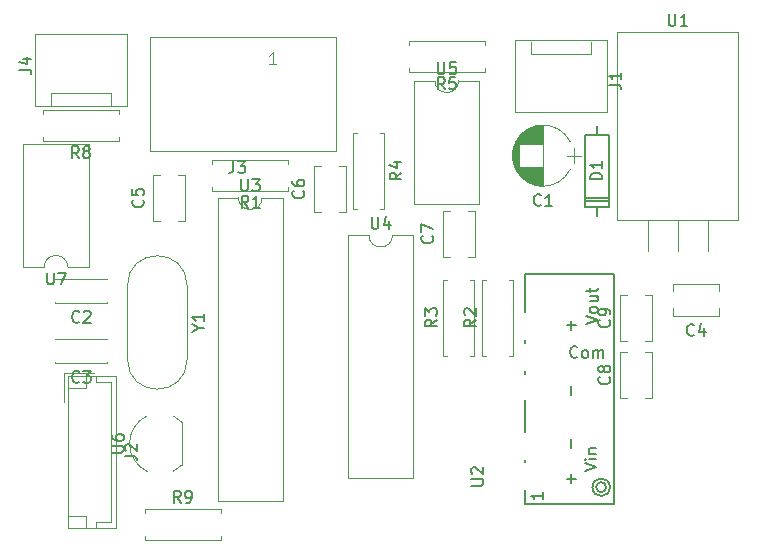
<source format=gbr>
G04 #@! TF.FileFunction,Legend,Top*
%FSLAX46Y46*%
G04 Gerber Fmt 4.6, Leading zero omitted, Abs format (unit mm)*
G04 Created by KiCad (PCBNEW 4.0.7) date 01/29/18 09:34:28*
%MOMM*%
%LPD*%
G01*
G04 APERTURE LIST*
%ADD10C,0.100000*%
%ADD11C,0.120000*%
%ADD12C,0.150000*%
G04 APERTURE END LIST*
D10*
D11*
X104620000Y-107586000D02*
X100520000Y-107586000D01*
X100520000Y-107586000D02*
X100520000Y-120386000D01*
X100520000Y-120386000D02*
X104620000Y-120386000D01*
X104620000Y-120386000D02*
X104620000Y-107586000D01*
X102870000Y-107586000D02*
X102870000Y-108086000D01*
X102870000Y-108086000D02*
X104120000Y-108086000D01*
X104120000Y-108086000D02*
X104120000Y-119886000D01*
X104120000Y-119886000D02*
X102870000Y-119886000D01*
X102870000Y-119886000D02*
X102870000Y-120386000D01*
X102020000Y-107586000D02*
X102020000Y-108586000D01*
X102020000Y-108586000D02*
X100520000Y-108586000D01*
X102020000Y-120386000D02*
X102020000Y-119386000D01*
X102020000Y-119386000D02*
X100520000Y-119386000D01*
X102720000Y-107286000D02*
X100220000Y-107286000D01*
X100220000Y-107286000D02*
X100220000Y-109786000D01*
X126000000Y-95638000D02*
X124230000Y-95638000D01*
X124230000Y-95638000D02*
X124230000Y-116198000D01*
X124230000Y-116198000D02*
X129770000Y-116198000D01*
X129770000Y-116198000D02*
X129770000Y-95638000D01*
X129770000Y-95638000D02*
X128000000Y-95638000D01*
X128000000Y-95638000D02*
G75*
G02X126000000Y-95638000I-1000000J0D01*
G01*
X135798000Y-81498000D02*
X135798000Y-81828000D01*
X135798000Y-81828000D02*
X129378000Y-81828000D01*
X129378000Y-81828000D02*
X129378000Y-81498000D01*
X135798000Y-79538000D02*
X135798000Y-79208000D01*
X135798000Y-79208000D02*
X129378000Y-79208000D01*
X129378000Y-79208000D02*
X129378000Y-79538000D01*
X138426278Y-90079723D02*
G75*
G03X143037580Y-90080000I2305722J1179723D01*
G01*
X138426278Y-87720277D02*
G75*
G02X143037580Y-87720000I2305722J-1179723D01*
G01*
X138426278Y-87720277D02*
G75*
G03X138426420Y-90080000I2305722J-1179723D01*
G01*
X140732000Y-91450000D02*
X140732000Y-86350000D01*
X140692000Y-91450000D02*
X140692000Y-89880000D01*
X140692000Y-87920000D02*
X140692000Y-86350000D01*
X140652000Y-91449000D02*
X140652000Y-89880000D01*
X140652000Y-87920000D02*
X140652000Y-86351000D01*
X140612000Y-91448000D02*
X140612000Y-89880000D01*
X140612000Y-87920000D02*
X140612000Y-86352000D01*
X140572000Y-91446000D02*
X140572000Y-89880000D01*
X140572000Y-87920000D02*
X140572000Y-86354000D01*
X140532000Y-91443000D02*
X140532000Y-89880000D01*
X140532000Y-87920000D02*
X140532000Y-86357000D01*
X140492000Y-91439000D02*
X140492000Y-89880000D01*
X140492000Y-87920000D02*
X140492000Y-86361000D01*
X140452000Y-91435000D02*
X140452000Y-89880000D01*
X140452000Y-87920000D02*
X140452000Y-86365000D01*
X140412000Y-91431000D02*
X140412000Y-89880000D01*
X140412000Y-87920000D02*
X140412000Y-86369000D01*
X140372000Y-91425000D02*
X140372000Y-89880000D01*
X140372000Y-87920000D02*
X140372000Y-86375000D01*
X140332000Y-91419000D02*
X140332000Y-89880000D01*
X140332000Y-87920000D02*
X140332000Y-86381000D01*
X140292000Y-91413000D02*
X140292000Y-89880000D01*
X140292000Y-87920000D02*
X140292000Y-86387000D01*
X140252000Y-91406000D02*
X140252000Y-89880000D01*
X140252000Y-87920000D02*
X140252000Y-86394000D01*
X140212000Y-91398000D02*
X140212000Y-89880000D01*
X140212000Y-87920000D02*
X140212000Y-86402000D01*
X140172000Y-91389000D02*
X140172000Y-89880000D01*
X140172000Y-87920000D02*
X140172000Y-86411000D01*
X140132000Y-91380000D02*
X140132000Y-89880000D01*
X140132000Y-87920000D02*
X140132000Y-86420000D01*
X140092000Y-91370000D02*
X140092000Y-89880000D01*
X140092000Y-87920000D02*
X140092000Y-86430000D01*
X140052000Y-91360000D02*
X140052000Y-89880000D01*
X140052000Y-87920000D02*
X140052000Y-86440000D01*
X140011000Y-91348000D02*
X140011000Y-89880000D01*
X140011000Y-87920000D02*
X140011000Y-86452000D01*
X139971000Y-91336000D02*
X139971000Y-89880000D01*
X139971000Y-87920000D02*
X139971000Y-86464000D01*
X139931000Y-91324000D02*
X139931000Y-89880000D01*
X139931000Y-87920000D02*
X139931000Y-86476000D01*
X139891000Y-91310000D02*
X139891000Y-89880000D01*
X139891000Y-87920000D02*
X139891000Y-86490000D01*
X139851000Y-91296000D02*
X139851000Y-89880000D01*
X139851000Y-87920000D02*
X139851000Y-86504000D01*
X139811000Y-91282000D02*
X139811000Y-89880000D01*
X139811000Y-87920000D02*
X139811000Y-86518000D01*
X139771000Y-91266000D02*
X139771000Y-89880000D01*
X139771000Y-87920000D02*
X139771000Y-86534000D01*
X139731000Y-91250000D02*
X139731000Y-89880000D01*
X139731000Y-87920000D02*
X139731000Y-86550000D01*
X139691000Y-91233000D02*
X139691000Y-89880000D01*
X139691000Y-87920000D02*
X139691000Y-86567000D01*
X139651000Y-91215000D02*
X139651000Y-89880000D01*
X139651000Y-87920000D02*
X139651000Y-86585000D01*
X139611000Y-91196000D02*
X139611000Y-89880000D01*
X139611000Y-87920000D02*
X139611000Y-86604000D01*
X139571000Y-91176000D02*
X139571000Y-89880000D01*
X139571000Y-87920000D02*
X139571000Y-86624000D01*
X139531000Y-91156000D02*
X139531000Y-89880000D01*
X139531000Y-87920000D02*
X139531000Y-86644000D01*
X139491000Y-91134000D02*
X139491000Y-89880000D01*
X139491000Y-87920000D02*
X139491000Y-86666000D01*
X139451000Y-91112000D02*
X139451000Y-89880000D01*
X139451000Y-87920000D02*
X139451000Y-86688000D01*
X139411000Y-91089000D02*
X139411000Y-89880000D01*
X139411000Y-87920000D02*
X139411000Y-86711000D01*
X139371000Y-91065000D02*
X139371000Y-89880000D01*
X139371000Y-87920000D02*
X139371000Y-86735000D01*
X139331000Y-91040000D02*
X139331000Y-89880000D01*
X139331000Y-87920000D02*
X139331000Y-86760000D01*
X139291000Y-91013000D02*
X139291000Y-89880000D01*
X139291000Y-87920000D02*
X139291000Y-86787000D01*
X139251000Y-90986000D02*
X139251000Y-89880000D01*
X139251000Y-87920000D02*
X139251000Y-86814000D01*
X139211000Y-90958000D02*
X139211000Y-89880000D01*
X139211000Y-87920000D02*
X139211000Y-86842000D01*
X139171000Y-90928000D02*
X139171000Y-89880000D01*
X139171000Y-87920000D02*
X139171000Y-86872000D01*
X139131000Y-90897000D02*
X139131000Y-89880000D01*
X139131000Y-87920000D02*
X139131000Y-86903000D01*
X139091000Y-90865000D02*
X139091000Y-89880000D01*
X139091000Y-87920000D02*
X139091000Y-86935000D01*
X139051000Y-90832000D02*
X139051000Y-89880000D01*
X139051000Y-87920000D02*
X139051000Y-86968000D01*
X139011000Y-90797000D02*
X139011000Y-89880000D01*
X139011000Y-87920000D02*
X139011000Y-87003000D01*
X138971000Y-90761000D02*
X138971000Y-89880000D01*
X138971000Y-87920000D02*
X138971000Y-87039000D01*
X138931000Y-90723000D02*
X138931000Y-89880000D01*
X138931000Y-87920000D02*
X138931000Y-87077000D01*
X138891000Y-90683000D02*
X138891000Y-89880000D01*
X138891000Y-87920000D02*
X138891000Y-87117000D01*
X138851000Y-90642000D02*
X138851000Y-89880000D01*
X138851000Y-87920000D02*
X138851000Y-87158000D01*
X138811000Y-90599000D02*
X138811000Y-89880000D01*
X138811000Y-87920000D02*
X138811000Y-87201000D01*
X138771000Y-90554000D02*
X138771000Y-89880000D01*
X138771000Y-87920000D02*
X138771000Y-87246000D01*
X138731000Y-90506000D02*
X138731000Y-87294000D01*
X138691000Y-90456000D02*
X138691000Y-87344000D01*
X138651000Y-90404000D02*
X138651000Y-87396000D01*
X138611000Y-90348000D02*
X138611000Y-87452000D01*
X138571000Y-90290000D02*
X138571000Y-87510000D01*
X138531000Y-90227000D02*
X138531000Y-87573000D01*
X138491000Y-90161000D02*
X138491000Y-87639000D01*
X138451000Y-90089000D02*
X138451000Y-87711000D01*
X138411000Y-90012000D02*
X138411000Y-87788000D01*
X138371000Y-89928000D02*
X138371000Y-87872000D01*
X138331000Y-89834000D02*
X138331000Y-87966000D01*
X138291000Y-89729000D02*
X138291000Y-88071000D01*
X138251000Y-89607000D02*
X138251000Y-88193000D01*
X138211000Y-89459000D02*
X138211000Y-88341000D01*
X138171000Y-89254000D02*
X138171000Y-88546000D01*
X143932000Y-88900000D02*
X142732000Y-88900000D01*
X143332000Y-89550000D02*
X143332000Y-88250000D01*
X103850000Y-106420000D02*
X99430000Y-106420000D01*
X103850000Y-104400000D02*
X99430000Y-104400000D01*
X103850000Y-106420000D02*
X103850000Y-106406000D01*
X103850000Y-104414000D02*
X103850000Y-104400000D01*
X99430000Y-106420000D02*
X99430000Y-106406000D01*
X99430000Y-104414000D02*
X99430000Y-104400000D01*
X107733000Y-94436000D02*
X107733000Y-90516000D01*
X110453000Y-94436000D02*
X110453000Y-90516000D01*
X107733000Y-94436000D02*
X108343000Y-94436000D01*
X109843000Y-94436000D02*
X110453000Y-94436000D01*
X107733000Y-90516000D02*
X108343000Y-90516000D01*
X109843000Y-90516000D02*
X110453000Y-90516000D01*
X121322000Y-93674000D02*
X121322000Y-89754000D01*
X124042000Y-93674000D02*
X124042000Y-89754000D01*
X121322000Y-93674000D02*
X121932000Y-93674000D01*
X123432000Y-93674000D02*
X124042000Y-93674000D01*
X121322000Y-89754000D02*
X121932000Y-89754000D01*
X123432000Y-89754000D02*
X124042000Y-89754000D01*
X132244000Y-97484000D02*
X132244000Y-93564000D01*
X134964000Y-97484000D02*
X134964000Y-93564000D01*
X132244000Y-97484000D02*
X132854000Y-97484000D01*
X134354000Y-97484000D02*
X134964000Y-97484000D01*
X132244000Y-93564000D02*
X132854000Y-93564000D01*
X134354000Y-93564000D02*
X134964000Y-93564000D01*
D12*
X145288000Y-93980000D02*
X145288000Y-93218000D01*
X145288000Y-93218000D02*
X146304000Y-93218000D01*
X146304000Y-93218000D02*
X146304000Y-87122000D01*
X146304000Y-87122000D02*
X145288000Y-87122000D01*
X145288000Y-87122000D02*
X145288000Y-86360000D01*
X145288000Y-87122000D02*
X144272000Y-87122000D01*
X144272000Y-87122000D02*
X144272000Y-93218000D01*
X144272000Y-93218000D02*
X145288000Y-93218000D01*
X146304000Y-92710000D02*
X144272000Y-92710000D01*
X144272000Y-92456000D02*
X146304000Y-92456000D01*
D11*
X146130000Y-79150000D02*
X146130000Y-85200000D01*
X146130000Y-85200000D02*
X138330000Y-85200000D01*
X138330000Y-85200000D02*
X138330000Y-79150000D01*
X138330000Y-79150000D02*
X146130000Y-79150000D01*
X144780000Y-79250000D02*
X144780000Y-80260000D01*
X144780000Y-80260000D02*
X139700000Y-80260000D01*
X139700000Y-80260000D02*
X139700000Y-79250000D01*
X123186000Y-88493000D02*
X107446000Y-88493000D01*
X107446000Y-88493000D02*
X107446000Y-78893000D01*
X107446000Y-78893000D02*
X123186000Y-78893000D01*
X123186000Y-78893000D02*
X123186000Y-88493000D01*
X97710000Y-84680000D02*
X97710000Y-78630000D01*
X97710000Y-78630000D02*
X105510000Y-78630000D01*
X105510000Y-78630000D02*
X105510000Y-84680000D01*
X105510000Y-84680000D02*
X97710000Y-84680000D01*
X99060000Y-84580000D02*
X99060000Y-83570000D01*
X99060000Y-83570000D02*
X104140000Y-83570000D01*
X104140000Y-83570000D02*
X104140000Y-84580000D01*
X119161000Y-91531000D02*
X119161000Y-91861000D01*
X119161000Y-91861000D02*
X112741000Y-91861000D01*
X112741000Y-91861000D02*
X112741000Y-91531000D01*
X119161000Y-89571000D02*
X119161000Y-89241000D01*
X119161000Y-89241000D02*
X112741000Y-89241000D01*
X112741000Y-89241000D02*
X112741000Y-89571000D01*
X135926000Y-105826000D02*
X135596000Y-105826000D01*
X135596000Y-105826000D02*
X135596000Y-99406000D01*
X135596000Y-99406000D02*
X135926000Y-99406000D01*
X137886000Y-105826000D02*
X138216000Y-105826000D01*
X138216000Y-105826000D02*
X138216000Y-99406000D01*
X138216000Y-99406000D02*
X137886000Y-99406000D01*
X132624000Y-105826000D02*
X132294000Y-105826000D01*
X132294000Y-105826000D02*
X132294000Y-99406000D01*
X132294000Y-99406000D02*
X132624000Y-99406000D01*
X134584000Y-105826000D02*
X134914000Y-105826000D01*
X134914000Y-105826000D02*
X134914000Y-99406000D01*
X134914000Y-99406000D02*
X134584000Y-99406000D01*
X126964000Y-86960000D02*
X127294000Y-86960000D01*
X127294000Y-86960000D02*
X127294000Y-93380000D01*
X127294000Y-93380000D02*
X126964000Y-93380000D01*
X125004000Y-86960000D02*
X124674000Y-86960000D01*
X124674000Y-86960000D02*
X124674000Y-93380000D01*
X124674000Y-93380000D02*
X125004000Y-93380000D01*
X104810000Y-87340000D02*
X104810000Y-87670000D01*
X104810000Y-87670000D02*
X98390000Y-87670000D01*
X98390000Y-87670000D02*
X98390000Y-87340000D01*
X104810000Y-85380000D02*
X104810000Y-85050000D01*
X104810000Y-85050000D02*
X98390000Y-85050000D01*
X98390000Y-85050000D02*
X98390000Y-85380000D01*
X147026000Y-94354000D02*
X157266000Y-94354000D01*
X147026000Y-78464000D02*
X157266000Y-78464000D01*
X147026000Y-78464000D02*
X147026000Y-94354000D01*
X157266000Y-78464000D02*
X157266000Y-94354000D01*
X149606000Y-94354000D02*
X149606000Y-96994000D01*
X152146000Y-94354000D02*
X152146000Y-96978000D01*
X154686000Y-94354000D02*
X154686000Y-96978000D01*
D12*
X146086828Y-116977500D02*
G75*
G03X146086828Y-116977500I-423868J0D01*
G01*
X146403804Y-116977500D02*
G75*
G03X146403804Y-116977500I-740844J0D01*
G01*
X139212320Y-117228620D02*
X139212320Y-118430040D01*
X139212320Y-114630200D02*
X139212320Y-114879120D01*
X139212320Y-109628940D02*
X139212320Y-112328960D01*
X139212320Y-107129580D02*
X139212320Y-107378500D01*
X139212320Y-104528600D02*
X139212320Y-104780100D01*
X139212320Y-98927900D02*
X139212320Y-102179100D01*
X146710400Y-118430040D02*
X146710400Y-98927900D01*
X146710400Y-98927900D02*
X139212320Y-98927900D01*
X139212320Y-118430040D02*
X146710400Y-118430040D01*
D11*
X114951000Y-92463000D02*
X113181000Y-92463000D01*
X113181000Y-92463000D02*
X113181000Y-118103000D01*
X113181000Y-118103000D02*
X118721000Y-118103000D01*
X118721000Y-118103000D02*
X118721000Y-92463000D01*
X118721000Y-92463000D02*
X116951000Y-92463000D01*
X116951000Y-92463000D02*
G75*
G02X114951000Y-92463000I-1000000J0D01*
G01*
X131588000Y-82557000D02*
X129818000Y-82557000D01*
X129818000Y-82557000D02*
X129818000Y-92957000D01*
X129818000Y-92957000D02*
X135358000Y-92957000D01*
X135358000Y-92957000D02*
X135358000Y-82557000D01*
X135358000Y-82557000D02*
X133588000Y-82557000D01*
X133588000Y-82557000D02*
G75*
G02X131588000Y-82557000I-1000000J0D01*
G01*
X100504500Y-98354500D02*
X102274500Y-98354500D01*
X102274500Y-98354500D02*
X102274500Y-87954500D01*
X102274500Y-87954500D02*
X96734500Y-87954500D01*
X96734500Y-87954500D02*
X96734500Y-98354500D01*
X96734500Y-98354500D02*
X98504500Y-98354500D01*
X98504500Y-98354500D02*
G75*
G02X100504500Y-98354500I1000000J0D01*
G01*
X110602000Y-99899000D02*
X110602000Y-106149000D01*
X105552000Y-99899000D02*
X105552000Y-106149000D01*
X105552000Y-99899000D02*
G75*
G02X110602000Y-99899000I2525000J0D01*
G01*
X105552000Y-106149000D02*
G75*
G03X110602000Y-106149000I2525000J0D01*
G01*
X107026000Y-119162000D02*
X107026000Y-118832000D01*
X107026000Y-118832000D02*
X113446000Y-118832000D01*
X113446000Y-118832000D02*
X113446000Y-119162000D01*
X107026000Y-121122000D02*
X107026000Y-121452000D01*
X107026000Y-121452000D02*
X113446000Y-121452000D01*
X113446000Y-121452000D02*
X113446000Y-121122000D01*
X103850000Y-101340000D02*
X99430000Y-101340000D01*
X103850000Y-99320000D02*
X99430000Y-99320000D01*
X103850000Y-101340000D02*
X103850000Y-101326000D01*
X103850000Y-99334000D02*
X103850000Y-99320000D01*
X99430000Y-101340000D02*
X99430000Y-101326000D01*
X99430000Y-99334000D02*
X99430000Y-99320000D01*
X155650000Y-102452000D02*
X151730000Y-102452000D01*
X155650000Y-99732000D02*
X151730000Y-99732000D01*
X155650000Y-102452000D02*
X155650000Y-101842000D01*
X155650000Y-100342000D02*
X155650000Y-99732000D01*
X151730000Y-102452000D02*
X151730000Y-101842000D01*
X151730000Y-100342000D02*
X151730000Y-99732000D01*
X147230000Y-109422000D02*
X147230000Y-105502000D01*
X149950000Y-109422000D02*
X149950000Y-105502000D01*
X147230000Y-109422000D02*
X147840000Y-109422000D01*
X149340000Y-109422000D02*
X149950000Y-109422000D01*
X147230000Y-105502000D02*
X147840000Y-105502000D01*
X149340000Y-105502000D02*
X149950000Y-105502000D01*
X147230000Y-104596000D02*
X147230000Y-100676000D01*
X149950000Y-104596000D02*
X149950000Y-100676000D01*
X147230000Y-104596000D02*
X147840000Y-104596000D01*
X149340000Y-104596000D02*
X149950000Y-104596000D01*
X147230000Y-100676000D02*
X147840000Y-100676000D01*
X149340000Y-100676000D02*
X149950000Y-100676000D01*
X110181000Y-115084000D02*
X110181000Y-111484000D01*
X109453795Y-115608184D02*
G75*
G03X110181000Y-115084000I-1122795J2324184D01*
G01*
X107232193Y-115640400D02*
G75*
G02X105731000Y-113284000I1098807J2356400D01*
G01*
X107232193Y-110927600D02*
G75*
G03X105731000Y-113284000I1098807J-2356400D01*
G01*
X109453795Y-110959816D02*
G75*
G02X110181000Y-111484000I-1122795J-2324184D01*
G01*
D12*
X105322381Y-114319333D02*
X106036667Y-114319333D01*
X106179524Y-114366953D01*
X106274762Y-114462191D01*
X106322381Y-114605048D01*
X106322381Y-114700286D01*
X105417619Y-113890762D02*
X105370000Y-113843143D01*
X105322381Y-113747905D01*
X105322381Y-113509809D01*
X105370000Y-113414571D01*
X105417619Y-113366952D01*
X105512857Y-113319333D01*
X105608095Y-113319333D01*
X105750952Y-113366952D01*
X106322381Y-113938381D01*
X106322381Y-113319333D01*
X126238095Y-94090381D02*
X126238095Y-94899905D01*
X126285714Y-94995143D01*
X126333333Y-95042762D01*
X126428571Y-95090381D01*
X126619048Y-95090381D01*
X126714286Y-95042762D01*
X126761905Y-94995143D01*
X126809524Y-94899905D01*
X126809524Y-94090381D01*
X127714286Y-94423714D02*
X127714286Y-95090381D01*
X127476190Y-94042762D02*
X127238095Y-94757048D01*
X127857143Y-94757048D01*
X132421334Y-83280381D02*
X132088000Y-82804190D01*
X131849905Y-83280381D02*
X131849905Y-82280381D01*
X132230858Y-82280381D01*
X132326096Y-82328000D01*
X132373715Y-82375619D01*
X132421334Y-82470857D01*
X132421334Y-82613714D01*
X132373715Y-82708952D01*
X132326096Y-82756571D01*
X132230858Y-82804190D01*
X131849905Y-82804190D01*
X133326096Y-82280381D02*
X132849905Y-82280381D01*
X132802286Y-82756571D01*
X132849905Y-82708952D01*
X132945143Y-82661333D01*
X133183239Y-82661333D01*
X133278477Y-82708952D01*
X133326096Y-82756571D01*
X133373715Y-82851810D01*
X133373715Y-83089905D01*
X133326096Y-83185143D01*
X133278477Y-83232762D01*
X133183239Y-83280381D01*
X132945143Y-83280381D01*
X132849905Y-83232762D01*
X132802286Y-83185143D01*
X140565334Y-93067143D02*
X140517715Y-93114762D01*
X140374858Y-93162381D01*
X140279620Y-93162381D01*
X140136762Y-93114762D01*
X140041524Y-93019524D01*
X139993905Y-92924286D01*
X139946286Y-92733810D01*
X139946286Y-92590952D01*
X139993905Y-92400476D01*
X140041524Y-92305238D01*
X140136762Y-92210000D01*
X140279620Y-92162381D01*
X140374858Y-92162381D01*
X140517715Y-92210000D01*
X140565334Y-92257619D01*
X141517715Y-93162381D02*
X140946286Y-93162381D01*
X141232000Y-93162381D02*
X141232000Y-92162381D01*
X141136762Y-92305238D01*
X141041524Y-92400476D01*
X140946286Y-92448095D01*
X101473334Y-108027143D02*
X101425715Y-108074762D01*
X101282858Y-108122381D01*
X101187620Y-108122381D01*
X101044762Y-108074762D01*
X100949524Y-107979524D01*
X100901905Y-107884286D01*
X100854286Y-107693810D01*
X100854286Y-107550952D01*
X100901905Y-107360476D01*
X100949524Y-107265238D01*
X101044762Y-107170000D01*
X101187620Y-107122381D01*
X101282858Y-107122381D01*
X101425715Y-107170000D01*
X101473334Y-107217619D01*
X101806667Y-107122381D02*
X102425715Y-107122381D01*
X102092381Y-107503333D01*
X102235239Y-107503333D01*
X102330477Y-107550952D01*
X102378096Y-107598571D01*
X102425715Y-107693810D01*
X102425715Y-107931905D01*
X102378096Y-108027143D01*
X102330477Y-108074762D01*
X102235239Y-108122381D01*
X101949524Y-108122381D01*
X101854286Y-108074762D01*
X101806667Y-108027143D01*
X106840143Y-92642666D02*
X106887762Y-92690285D01*
X106935381Y-92833142D01*
X106935381Y-92928380D01*
X106887762Y-93071238D01*
X106792524Y-93166476D01*
X106697286Y-93214095D01*
X106506810Y-93261714D01*
X106363952Y-93261714D01*
X106173476Y-93214095D01*
X106078238Y-93166476D01*
X105983000Y-93071238D01*
X105935381Y-92928380D01*
X105935381Y-92833142D01*
X105983000Y-92690285D01*
X106030619Y-92642666D01*
X105935381Y-91737904D02*
X105935381Y-92214095D01*
X106411571Y-92261714D01*
X106363952Y-92214095D01*
X106316333Y-92118857D01*
X106316333Y-91880761D01*
X106363952Y-91785523D01*
X106411571Y-91737904D01*
X106506810Y-91690285D01*
X106744905Y-91690285D01*
X106840143Y-91737904D01*
X106887762Y-91785523D01*
X106935381Y-91880761D01*
X106935381Y-92118857D01*
X106887762Y-92214095D01*
X106840143Y-92261714D01*
X120429143Y-91880666D02*
X120476762Y-91928285D01*
X120524381Y-92071142D01*
X120524381Y-92166380D01*
X120476762Y-92309238D01*
X120381524Y-92404476D01*
X120286286Y-92452095D01*
X120095810Y-92499714D01*
X119952952Y-92499714D01*
X119762476Y-92452095D01*
X119667238Y-92404476D01*
X119572000Y-92309238D01*
X119524381Y-92166380D01*
X119524381Y-92071142D01*
X119572000Y-91928285D01*
X119619619Y-91880666D01*
X119524381Y-91023523D02*
X119524381Y-91214000D01*
X119572000Y-91309238D01*
X119619619Y-91356857D01*
X119762476Y-91452095D01*
X119952952Y-91499714D01*
X120333905Y-91499714D01*
X120429143Y-91452095D01*
X120476762Y-91404476D01*
X120524381Y-91309238D01*
X120524381Y-91118761D01*
X120476762Y-91023523D01*
X120429143Y-90975904D01*
X120333905Y-90928285D01*
X120095810Y-90928285D01*
X120000571Y-90975904D01*
X119952952Y-91023523D01*
X119905333Y-91118761D01*
X119905333Y-91309238D01*
X119952952Y-91404476D01*
X120000571Y-91452095D01*
X120095810Y-91499714D01*
X131351143Y-95690666D02*
X131398762Y-95738285D01*
X131446381Y-95881142D01*
X131446381Y-95976380D01*
X131398762Y-96119238D01*
X131303524Y-96214476D01*
X131208286Y-96262095D01*
X131017810Y-96309714D01*
X130874952Y-96309714D01*
X130684476Y-96262095D01*
X130589238Y-96214476D01*
X130494000Y-96119238D01*
X130446381Y-95976380D01*
X130446381Y-95881142D01*
X130494000Y-95738285D01*
X130541619Y-95690666D01*
X130446381Y-95357333D02*
X130446381Y-94690666D01*
X131446381Y-95119238D01*
X145740381Y-90908095D02*
X144740381Y-90908095D01*
X144740381Y-90670000D01*
X144788000Y-90527142D01*
X144883238Y-90431904D01*
X144978476Y-90384285D01*
X145168952Y-90336666D01*
X145311810Y-90336666D01*
X145502286Y-90384285D01*
X145597524Y-90431904D01*
X145692762Y-90527142D01*
X145740381Y-90670000D01*
X145740381Y-90908095D01*
X145740381Y-89384285D02*
X145740381Y-89955714D01*
X145740381Y-89670000D02*
X144740381Y-89670000D01*
X144883238Y-89765238D01*
X144978476Y-89860476D01*
X145026095Y-89955714D01*
X146332381Y-82883333D02*
X147046667Y-82883333D01*
X147189524Y-82930953D01*
X147284762Y-83026191D01*
X147332381Y-83169048D01*
X147332381Y-83264286D01*
X147332381Y-81883333D02*
X147332381Y-82454762D01*
X147332381Y-82169048D02*
X146332381Y-82169048D01*
X146475238Y-82264286D01*
X146570476Y-82359524D01*
X146618095Y-82454762D01*
X114522667Y-89375381D02*
X114522667Y-90089667D01*
X114475047Y-90232524D01*
X114379809Y-90327762D01*
X114236952Y-90375381D01*
X114141714Y-90375381D01*
X114903619Y-89375381D02*
X115522667Y-89375381D01*
X115189333Y-89756333D01*
X115332191Y-89756333D01*
X115427429Y-89803952D01*
X115475048Y-89851571D01*
X115522667Y-89946810D01*
X115522667Y-90184905D01*
X115475048Y-90280143D01*
X115427429Y-90327762D01*
X115332191Y-90375381D01*
X115046476Y-90375381D01*
X114951238Y-90327762D01*
X114903619Y-90280143D01*
D11*
X118121715Y-81155381D02*
X117550286Y-81155381D01*
X117836000Y-81155381D02*
X117836000Y-80155381D01*
X117740762Y-80298238D01*
X117645524Y-80393476D01*
X117550286Y-80441095D01*
D12*
X96412381Y-81613333D02*
X97126667Y-81613333D01*
X97269524Y-81660953D01*
X97364762Y-81756191D01*
X97412381Y-81899048D01*
X97412381Y-81994286D01*
X96745714Y-80708571D02*
X97412381Y-80708571D01*
X96364762Y-80946667D02*
X97079048Y-81184762D01*
X97079048Y-80565714D01*
X115784334Y-93313381D02*
X115451000Y-92837190D01*
X115212905Y-93313381D02*
X115212905Y-92313381D01*
X115593858Y-92313381D01*
X115689096Y-92361000D01*
X115736715Y-92408619D01*
X115784334Y-92503857D01*
X115784334Y-92646714D01*
X115736715Y-92741952D01*
X115689096Y-92789571D01*
X115593858Y-92837190D01*
X115212905Y-92837190D01*
X116736715Y-93313381D02*
X116165286Y-93313381D01*
X116451000Y-93313381D02*
X116451000Y-92313381D01*
X116355762Y-92456238D01*
X116260524Y-92551476D01*
X116165286Y-92599095D01*
X135048381Y-102782666D02*
X134572190Y-103116000D01*
X135048381Y-103354095D02*
X134048381Y-103354095D01*
X134048381Y-102973142D01*
X134096000Y-102877904D01*
X134143619Y-102830285D01*
X134238857Y-102782666D01*
X134381714Y-102782666D01*
X134476952Y-102830285D01*
X134524571Y-102877904D01*
X134572190Y-102973142D01*
X134572190Y-103354095D01*
X134143619Y-102401714D02*
X134096000Y-102354095D01*
X134048381Y-102258857D01*
X134048381Y-102020761D01*
X134096000Y-101925523D01*
X134143619Y-101877904D01*
X134238857Y-101830285D01*
X134334095Y-101830285D01*
X134476952Y-101877904D01*
X135048381Y-102449333D01*
X135048381Y-101830285D01*
X131746381Y-102782666D02*
X131270190Y-103116000D01*
X131746381Y-103354095D02*
X130746381Y-103354095D01*
X130746381Y-102973142D01*
X130794000Y-102877904D01*
X130841619Y-102830285D01*
X130936857Y-102782666D01*
X131079714Y-102782666D01*
X131174952Y-102830285D01*
X131222571Y-102877904D01*
X131270190Y-102973142D01*
X131270190Y-103354095D01*
X130746381Y-102449333D02*
X130746381Y-101830285D01*
X131127333Y-102163619D01*
X131127333Y-102020761D01*
X131174952Y-101925523D01*
X131222571Y-101877904D01*
X131317810Y-101830285D01*
X131555905Y-101830285D01*
X131651143Y-101877904D01*
X131698762Y-101925523D01*
X131746381Y-102020761D01*
X131746381Y-102306476D01*
X131698762Y-102401714D01*
X131651143Y-102449333D01*
X128746381Y-90336666D02*
X128270190Y-90670000D01*
X128746381Y-90908095D02*
X127746381Y-90908095D01*
X127746381Y-90527142D01*
X127794000Y-90431904D01*
X127841619Y-90384285D01*
X127936857Y-90336666D01*
X128079714Y-90336666D01*
X128174952Y-90384285D01*
X128222571Y-90431904D01*
X128270190Y-90527142D01*
X128270190Y-90908095D01*
X128079714Y-89479523D02*
X128746381Y-89479523D01*
X127698762Y-89717619D02*
X128413048Y-89955714D01*
X128413048Y-89336666D01*
X101433334Y-89122381D02*
X101100000Y-88646190D01*
X100861905Y-89122381D02*
X100861905Y-88122381D01*
X101242858Y-88122381D01*
X101338096Y-88170000D01*
X101385715Y-88217619D01*
X101433334Y-88312857D01*
X101433334Y-88455714D01*
X101385715Y-88550952D01*
X101338096Y-88598571D01*
X101242858Y-88646190D01*
X100861905Y-88646190D01*
X102004762Y-88550952D02*
X101909524Y-88503333D01*
X101861905Y-88455714D01*
X101814286Y-88360476D01*
X101814286Y-88312857D01*
X101861905Y-88217619D01*
X101909524Y-88170000D01*
X102004762Y-88122381D01*
X102195239Y-88122381D01*
X102290477Y-88170000D01*
X102338096Y-88217619D01*
X102385715Y-88312857D01*
X102385715Y-88360476D01*
X102338096Y-88455714D01*
X102290477Y-88503333D01*
X102195239Y-88550952D01*
X102004762Y-88550952D01*
X101909524Y-88598571D01*
X101861905Y-88646190D01*
X101814286Y-88741429D01*
X101814286Y-88931905D01*
X101861905Y-89027143D01*
X101909524Y-89074762D01*
X102004762Y-89122381D01*
X102195239Y-89122381D01*
X102290477Y-89074762D01*
X102338096Y-89027143D01*
X102385715Y-88931905D01*
X102385715Y-88741429D01*
X102338096Y-88646190D01*
X102290477Y-88598571D01*
X102195239Y-88550952D01*
X151384095Y-76916381D02*
X151384095Y-77725905D01*
X151431714Y-77821143D01*
X151479333Y-77868762D01*
X151574571Y-77916381D01*
X151765048Y-77916381D01*
X151860286Y-77868762D01*
X151907905Y-77821143D01*
X151955524Y-77725905D01*
X151955524Y-76916381D01*
X152955524Y-77916381D02*
X152384095Y-77916381D01*
X152669809Y-77916381D02*
X152669809Y-76916381D01*
X152574571Y-77059238D01*
X152479333Y-77154476D01*
X152384095Y-77202095D01*
X134664381Y-116839905D02*
X135473905Y-116839905D01*
X135569143Y-116792286D01*
X135616762Y-116744667D01*
X135664381Y-116649429D01*
X135664381Y-116458952D01*
X135616762Y-116363714D01*
X135569143Y-116316095D01*
X135473905Y-116268476D01*
X134664381Y-116268476D01*
X134759619Y-115839905D02*
X134712000Y-115792286D01*
X134664381Y-115697048D01*
X134664381Y-115458952D01*
X134712000Y-115363714D01*
X134759619Y-115316095D01*
X134854857Y-115268476D01*
X134950095Y-115268476D01*
X135092952Y-115316095D01*
X135664381Y-115887524D01*
X135664381Y-115268476D01*
X140714381Y-117392285D02*
X140714381Y-117963714D01*
X140714381Y-117678000D02*
X139714381Y-117678000D01*
X139857238Y-117773238D01*
X139952476Y-117868476D01*
X140000095Y-117963714D01*
X144363501Y-103152090D02*
X145363501Y-102818757D01*
X144363501Y-102485423D01*
X145363501Y-102009233D02*
X145315882Y-102104471D01*
X145268263Y-102152090D01*
X145173025Y-102199709D01*
X144887310Y-102199709D01*
X144792072Y-102152090D01*
X144744453Y-102104471D01*
X144696834Y-102009233D01*
X144696834Y-101866375D01*
X144744453Y-101771137D01*
X144792072Y-101723518D01*
X144887310Y-101675899D01*
X145173025Y-101675899D01*
X145268263Y-101723518D01*
X145315882Y-101771137D01*
X145363501Y-101866375D01*
X145363501Y-102009233D01*
X144696834Y-100818756D02*
X145363501Y-100818756D01*
X144696834Y-101247328D02*
X145220644Y-101247328D01*
X145315882Y-101199709D01*
X145363501Y-101104471D01*
X145363501Y-100961613D01*
X145315882Y-100866375D01*
X145268263Y-100818756D01*
X144696834Y-100485423D02*
X144696834Y-100104471D01*
X144363501Y-100342566D02*
X145220644Y-100342566D01*
X145315882Y-100294947D01*
X145363501Y-100199709D01*
X145363501Y-100104471D01*
X144264441Y-115601009D02*
X145264441Y-115267676D01*
X144264441Y-114934342D01*
X145264441Y-114601009D02*
X144597774Y-114601009D01*
X144264441Y-114601009D02*
X144312060Y-114648628D01*
X144359679Y-114601009D01*
X144312060Y-114553390D01*
X144264441Y-114601009D01*
X144359679Y-114601009D01*
X144597774Y-114124819D02*
X145264441Y-114124819D01*
X144693012Y-114124819D02*
X144645393Y-114077200D01*
X144597774Y-113981962D01*
X144597774Y-113839104D01*
X144645393Y-113743866D01*
X144740631Y-113696247D01*
X145264441Y-113696247D01*
X143652017Y-105935123D02*
X143604398Y-105982742D01*
X143461541Y-106030361D01*
X143366303Y-106030361D01*
X143223445Y-105982742D01*
X143128207Y-105887504D01*
X143080588Y-105792266D01*
X143032969Y-105601790D01*
X143032969Y-105458932D01*
X143080588Y-105268456D01*
X143128207Y-105173218D01*
X143223445Y-105077980D01*
X143366303Y-105030361D01*
X143461541Y-105030361D01*
X143604398Y-105077980D01*
X143652017Y-105125599D01*
X144223445Y-106030361D02*
X144128207Y-105982742D01*
X144080588Y-105935123D01*
X144032969Y-105839885D01*
X144032969Y-105554170D01*
X144080588Y-105458932D01*
X144128207Y-105411313D01*
X144223445Y-105363694D01*
X144366303Y-105363694D01*
X144461541Y-105411313D01*
X144509160Y-105458932D01*
X144556779Y-105554170D01*
X144556779Y-105839885D01*
X144509160Y-105935123D01*
X144461541Y-105982742D01*
X144366303Y-106030361D01*
X144223445Y-106030361D01*
X144985350Y-106030361D02*
X144985350Y-105363694D01*
X144985350Y-105458932D02*
X145032969Y-105411313D01*
X145128207Y-105363694D01*
X145271065Y-105363694D01*
X145366303Y-105411313D01*
X145413922Y-105506551D01*
X145413922Y-106030361D01*
X145413922Y-105506551D02*
X145461541Y-105411313D01*
X145556779Y-105363694D01*
X145699636Y-105363694D01*
X145794874Y-105411313D01*
X145842493Y-105506551D01*
X145842493Y-106030361D01*
X143133429Y-103657692D02*
X143133429Y-102895787D01*
X143514381Y-103276739D02*
X142752476Y-103276739D01*
X143133429Y-109159332D02*
X143133429Y-108397427D01*
X143133429Y-113660212D02*
X143133429Y-112898307D01*
X143133429Y-116659952D02*
X143133429Y-115898047D01*
X143514381Y-116278999D02*
X142752476Y-116278999D01*
X115189095Y-90915381D02*
X115189095Y-91724905D01*
X115236714Y-91820143D01*
X115284333Y-91867762D01*
X115379571Y-91915381D01*
X115570048Y-91915381D01*
X115665286Y-91867762D01*
X115712905Y-91820143D01*
X115760524Y-91724905D01*
X115760524Y-90915381D01*
X116141476Y-90915381D02*
X116760524Y-90915381D01*
X116427190Y-91296333D01*
X116570048Y-91296333D01*
X116665286Y-91343952D01*
X116712905Y-91391571D01*
X116760524Y-91486810D01*
X116760524Y-91724905D01*
X116712905Y-91820143D01*
X116665286Y-91867762D01*
X116570048Y-91915381D01*
X116284333Y-91915381D01*
X116189095Y-91867762D01*
X116141476Y-91820143D01*
X131826095Y-81009381D02*
X131826095Y-81818905D01*
X131873714Y-81914143D01*
X131921333Y-81961762D01*
X132016571Y-82009381D01*
X132207048Y-82009381D01*
X132302286Y-81961762D01*
X132349905Y-81914143D01*
X132397524Y-81818905D01*
X132397524Y-81009381D01*
X133349905Y-81009381D02*
X132873714Y-81009381D01*
X132826095Y-81485571D01*
X132873714Y-81437952D01*
X132968952Y-81390333D01*
X133207048Y-81390333D01*
X133302286Y-81437952D01*
X133349905Y-81485571D01*
X133397524Y-81580810D01*
X133397524Y-81818905D01*
X133349905Y-81914143D01*
X133302286Y-81961762D01*
X133207048Y-82009381D01*
X132968952Y-82009381D01*
X132873714Y-81961762D01*
X132826095Y-81914143D01*
X98742595Y-98806881D02*
X98742595Y-99616405D01*
X98790214Y-99711643D01*
X98837833Y-99759262D01*
X98933071Y-99806881D01*
X99123548Y-99806881D01*
X99218786Y-99759262D01*
X99266405Y-99711643D01*
X99314024Y-99616405D01*
X99314024Y-98806881D01*
X99694976Y-98806881D02*
X100361643Y-98806881D01*
X99933071Y-99806881D01*
X111578190Y-103500191D02*
X112054381Y-103500191D01*
X111054381Y-103833524D02*
X111578190Y-103500191D01*
X111054381Y-103166857D01*
X112054381Y-102309714D02*
X112054381Y-102881143D01*
X112054381Y-102595429D02*
X111054381Y-102595429D01*
X111197238Y-102690667D01*
X111292476Y-102785905D01*
X111340095Y-102881143D01*
X110069334Y-118284381D02*
X109736000Y-117808190D01*
X109497905Y-118284381D02*
X109497905Y-117284381D01*
X109878858Y-117284381D01*
X109974096Y-117332000D01*
X110021715Y-117379619D01*
X110069334Y-117474857D01*
X110069334Y-117617714D01*
X110021715Y-117712952D01*
X109974096Y-117760571D01*
X109878858Y-117808190D01*
X109497905Y-117808190D01*
X110545524Y-118284381D02*
X110736000Y-118284381D01*
X110831239Y-118236762D01*
X110878858Y-118189143D01*
X110974096Y-118046286D01*
X111021715Y-117855810D01*
X111021715Y-117474857D01*
X110974096Y-117379619D01*
X110926477Y-117332000D01*
X110831239Y-117284381D01*
X110640762Y-117284381D01*
X110545524Y-117332000D01*
X110497905Y-117379619D01*
X110450286Y-117474857D01*
X110450286Y-117712952D01*
X110497905Y-117808190D01*
X110545524Y-117855810D01*
X110640762Y-117903429D01*
X110831239Y-117903429D01*
X110926477Y-117855810D01*
X110974096Y-117808190D01*
X111021715Y-117712952D01*
X101473334Y-102947143D02*
X101425715Y-102994762D01*
X101282858Y-103042381D01*
X101187620Y-103042381D01*
X101044762Y-102994762D01*
X100949524Y-102899524D01*
X100901905Y-102804286D01*
X100854286Y-102613810D01*
X100854286Y-102470952D01*
X100901905Y-102280476D01*
X100949524Y-102185238D01*
X101044762Y-102090000D01*
X101187620Y-102042381D01*
X101282858Y-102042381D01*
X101425715Y-102090000D01*
X101473334Y-102137619D01*
X101854286Y-102137619D02*
X101901905Y-102090000D01*
X101997143Y-102042381D01*
X102235239Y-102042381D01*
X102330477Y-102090000D01*
X102378096Y-102137619D01*
X102425715Y-102232857D01*
X102425715Y-102328095D01*
X102378096Y-102470952D01*
X101806667Y-103042381D01*
X102425715Y-103042381D01*
X153523334Y-104059143D02*
X153475715Y-104106762D01*
X153332858Y-104154381D01*
X153237620Y-104154381D01*
X153094762Y-104106762D01*
X152999524Y-104011524D01*
X152951905Y-103916286D01*
X152904286Y-103725810D01*
X152904286Y-103582952D01*
X152951905Y-103392476D01*
X152999524Y-103297238D01*
X153094762Y-103202000D01*
X153237620Y-103154381D01*
X153332858Y-103154381D01*
X153475715Y-103202000D01*
X153523334Y-103249619D01*
X154380477Y-103487714D02*
X154380477Y-104154381D01*
X154142381Y-103106762D02*
X153904286Y-103821048D01*
X154523334Y-103821048D01*
X146337143Y-107628666D02*
X146384762Y-107676285D01*
X146432381Y-107819142D01*
X146432381Y-107914380D01*
X146384762Y-108057238D01*
X146289524Y-108152476D01*
X146194286Y-108200095D01*
X146003810Y-108247714D01*
X145860952Y-108247714D01*
X145670476Y-108200095D01*
X145575238Y-108152476D01*
X145480000Y-108057238D01*
X145432381Y-107914380D01*
X145432381Y-107819142D01*
X145480000Y-107676285D01*
X145527619Y-107628666D01*
X145860952Y-107057238D02*
X145813333Y-107152476D01*
X145765714Y-107200095D01*
X145670476Y-107247714D01*
X145622857Y-107247714D01*
X145527619Y-107200095D01*
X145480000Y-107152476D01*
X145432381Y-107057238D01*
X145432381Y-106866761D01*
X145480000Y-106771523D01*
X145527619Y-106723904D01*
X145622857Y-106676285D01*
X145670476Y-106676285D01*
X145765714Y-106723904D01*
X145813333Y-106771523D01*
X145860952Y-106866761D01*
X145860952Y-107057238D01*
X145908571Y-107152476D01*
X145956190Y-107200095D01*
X146051429Y-107247714D01*
X146241905Y-107247714D01*
X146337143Y-107200095D01*
X146384762Y-107152476D01*
X146432381Y-107057238D01*
X146432381Y-106866761D01*
X146384762Y-106771523D01*
X146337143Y-106723904D01*
X146241905Y-106676285D01*
X146051429Y-106676285D01*
X145956190Y-106723904D01*
X145908571Y-106771523D01*
X145860952Y-106866761D01*
X146337143Y-102802666D02*
X146384762Y-102850285D01*
X146432381Y-102993142D01*
X146432381Y-103088380D01*
X146384762Y-103231238D01*
X146289524Y-103326476D01*
X146194286Y-103374095D01*
X146003810Y-103421714D01*
X145860952Y-103421714D01*
X145670476Y-103374095D01*
X145575238Y-103326476D01*
X145480000Y-103231238D01*
X145432381Y-103088380D01*
X145432381Y-102993142D01*
X145480000Y-102850285D01*
X145527619Y-102802666D01*
X146432381Y-102326476D02*
X146432381Y-102136000D01*
X146384762Y-102040761D01*
X146337143Y-101993142D01*
X146194286Y-101897904D01*
X146003810Y-101850285D01*
X145622857Y-101850285D01*
X145527619Y-101897904D01*
X145480000Y-101945523D01*
X145432381Y-102040761D01*
X145432381Y-102231238D01*
X145480000Y-102326476D01*
X145527619Y-102374095D01*
X145622857Y-102421714D01*
X145860952Y-102421714D01*
X145956190Y-102374095D01*
X146003810Y-102326476D01*
X146051429Y-102231238D01*
X146051429Y-102040761D01*
X146003810Y-101945523D01*
X145956190Y-101897904D01*
X145860952Y-101850285D01*
X104223381Y-114045905D02*
X105032905Y-114045905D01*
X105128143Y-113998286D01*
X105175762Y-113950667D01*
X105223381Y-113855429D01*
X105223381Y-113664952D01*
X105175762Y-113569714D01*
X105128143Y-113522095D01*
X105032905Y-113474476D01*
X104223381Y-113474476D01*
X104223381Y-112569714D02*
X104223381Y-112760191D01*
X104271000Y-112855429D01*
X104318619Y-112903048D01*
X104461476Y-112998286D01*
X104651952Y-113045905D01*
X105032905Y-113045905D01*
X105128143Y-112998286D01*
X105175762Y-112950667D01*
X105223381Y-112855429D01*
X105223381Y-112664952D01*
X105175762Y-112569714D01*
X105128143Y-112522095D01*
X105032905Y-112474476D01*
X104794810Y-112474476D01*
X104699571Y-112522095D01*
X104651952Y-112569714D01*
X104604333Y-112664952D01*
X104604333Y-112855429D01*
X104651952Y-112950667D01*
X104699571Y-112998286D01*
X104794810Y-113045905D01*
M02*

</source>
